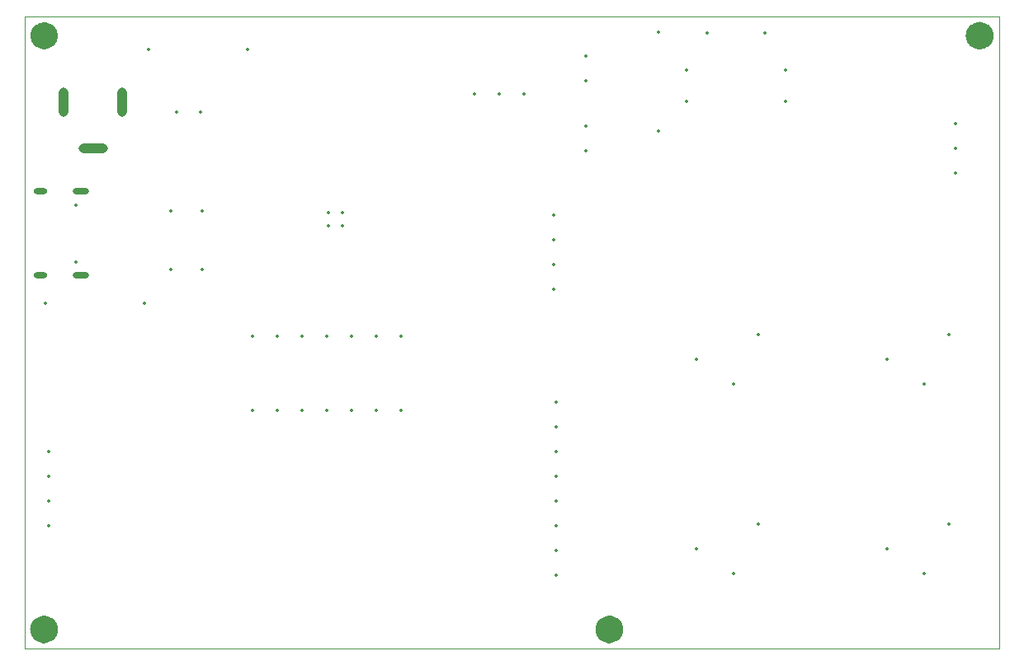
<source format=gbr>
%TF.GenerationSoftware,KiCad,Pcbnew,8.0.8*%
%TF.CreationDate,2025-02-13T18:12:52+13:00*%
%TF.ProjectId,Intelliwatch-Mk-II,496e7465-6c6c-4697-9761-7463682d4d6b,1.?*%
%TF.SameCoordinates,Original*%
%TF.FileFunction,Profile,NP*%
%FSLAX46Y46*%
G04 Gerber Fmt 4.6, Leading zero omitted, Abs format (unit mm)*
G04 Created by KiCad (PCBNEW 8.0.8) date 2025-02-13 18:12:52*
%MOMM*%
%LPD*%
G01*
G04 APERTURE LIST*
%TA.AperFunction,Profile*%
%ADD10C,0.050000*%
%TD*%
%TA.AperFunction,Profile*%
%ADD11C,1.400000*%
%TD*%
%TA.AperFunction,Profile*%
%ADD12C,1.450000*%
%TD*%
%ADD13C,0.350000*%
%ADD14O,1.700000X0.600000*%
%ADD15O,1.400000X0.600000*%
%ADD16O,1.000000X3.000000*%
%ADD17O,3.000000X1.000000*%
G04 APERTURE END LIST*
D10*
X71000000Y-43100000D02*
X171000000Y-43100000D01*
X171000000Y-108100000D01*
X71000000Y-108100000D01*
X71000000Y-43100000D01*
D11*
X73700000Y-45100000D02*
G75*
G02*
X72300000Y-45100000I-700000J0D01*
G01*
X72300000Y-45100000D02*
G75*
G02*
X73700000Y-45100000I700000J0D01*
G01*
D12*
X169725000Y-45100000D02*
G75*
G02*
X168275000Y-45100000I-725000J0D01*
G01*
X168275000Y-45100000D02*
G75*
G02*
X169725000Y-45100000I725000J0D01*
G01*
X73725000Y-106100000D02*
G75*
G02*
X72275000Y-106100000I-725000J0D01*
G01*
X72275000Y-106100000D02*
G75*
G02*
X73725000Y-106100000I725000J0D01*
G01*
X131725000Y-106100000D02*
G75*
G02*
X130275000Y-106100000I-725000J0D01*
G01*
X130275000Y-106100000D02*
G75*
G02*
X131725000Y-106100000I725000J0D01*
G01*
D13*
X125250000Y-63550000D03*
X125250000Y-66090000D03*
X125250000Y-68630000D03*
X125250000Y-71170000D03*
X143750000Y-100350000D03*
X146290000Y-95270000D03*
X139940000Y-97810000D03*
X128600000Y-49700000D03*
X128600000Y-47200000D03*
X122200000Y-51100000D03*
X119660000Y-51100000D03*
X117120000Y-51100000D03*
X163290000Y-80850000D03*
X165830000Y-75770000D03*
X159480000Y-78310000D03*
X93880000Y-46500000D03*
X83720000Y-46500000D03*
X166525000Y-54100000D03*
X166525000Y-56640000D03*
X166525000Y-59180000D03*
X163290000Y-100350000D03*
X165830000Y-95270000D03*
X159480000Y-97810000D03*
X128600000Y-56882400D03*
X128600000Y-54382400D03*
X83330000Y-72600000D03*
X73170000Y-72600000D03*
X109580000Y-75980000D03*
X107040000Y-75980000D03*
X104500000Y-75980000D03*
X101960000Y-75980000D03*
X99420000Y-75980000D03*
X96880000Y-75980000D03*
X94340000Y-75980000D03*
X94340000Y-83600000D03*
X96880000Y-83600000D03*
X99420000Y-83600000D03*
X101960000Y-83600000D03*
X104500000Y-83600000D03*
X107040000Y-83600000D03*
X109580000Y-83600000D03*
X89200000Y-63100000D03*
X89200000Y-69100000D03*
X76280000Y-62530000D03*
X76280000Y-68310000D03*
D14*
X76800000Y-61100000D03*
D15*
X72600000Y-61100000D03*
D14*
X76800000Y-69740000D03*
D15*
X72600000Y-69740000D03*
D13*
X125550000Y-82775000D03*
X125550000Y-85315000D03*
X125550000Y-87855000D03*
X125550000Y-90395000D03*
X125550000Y-92935000D03*
X125550000Y-95475000D03*
X125550000Y-98015000D03*
X125550000Y-100555000D03*
X73500000Y-87850000D03*
X73500000Y-90390000D03*
X73500000Y-92930000D03*
X73500000Y-95470000D03*
X136000000Y-54930000D03*
X136000000Y-44770000D03*
D16*
X81000000Y-51942500D03*
X75000000Y-51942500D03*
D17*
X78000000Y-56642500D03*
D13*
X141000000Y-44850000D03*
X147000000Y-44850000D03*
X89082400Y-52900000D03*
X86582400Y-52900000D03*
X143750000Y-80850000D03*
X146290000Y-75770000D03*
X139940000Y-78310000D03*
X103600000Y-64650000D03*
X103600000Y-63250000D03*
X102200000Y-64650000D03*
X102200000Y-63250000D03*
X138920000Y-48600000D03*
X149080000Y-48600000D03*
X138920000Y-51850000D03*
X149080000Y-51850000D03*
X86000000Y-63100000D03*
X86000000Y-69100000D03*
M02*

</source>
